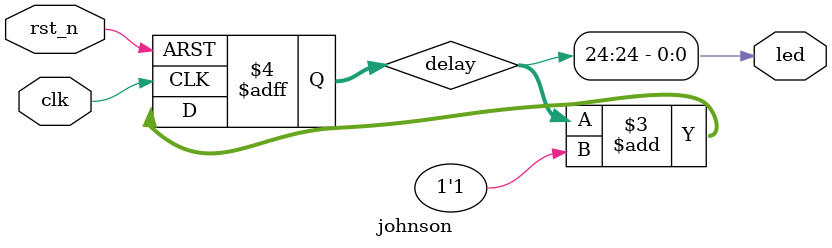
<source format=v>
`timescale 1ns / 1ps
module johnson(
			clk,rst_n,
			led
		);

input clk;		//Ö÷Ê±ÖÓ£¬25MHz
input rst_n;	//µÍµçÆ½¸´Î»
output led;		// LED½Ó¿Ú

//------------------------------------
reg[24:0] delay;	//ÑÓÊ±¼ÆÊýÆ÷

always @ (posedge clk or negedge rst_n)
	if(!rst_n) delay <= 25'd0;
	else delay <= delay+1'b1;	//²»¶Ï¼ÆÊý£¬ÖÜÆÚÎª1.34s

assign led = delay[24];		//1.34s LEDÉÁË¸Ò»´Î

endmodule


</source>
